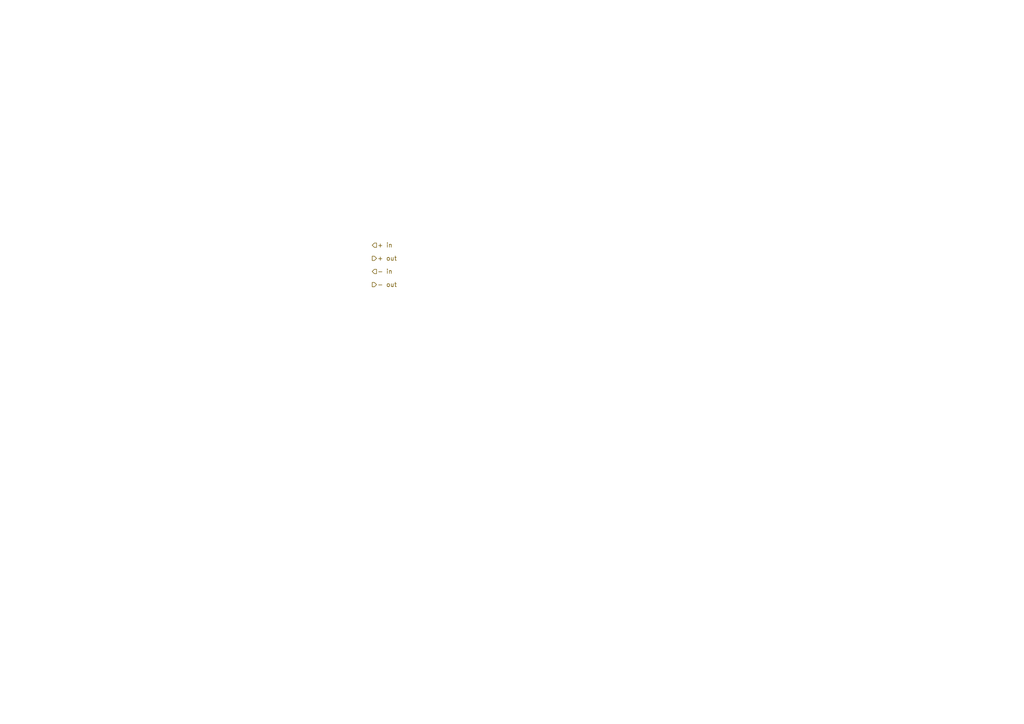
<source format=kicad_sch>
(kicad_sch (version 20230121) (generator eeschema)
  (paper "A4")
  (lib_symbols)
  (hierarchical_label "+ out" (shape output) (at 107.95 74.93 0))
  (hierarchical_label "- out" (shape output) (at 107.95 82.55 0))
  (hierarchical_label "+ in" (shape input) (at 107.95 71.12 0))
  (hierarchical_label "- in" (shape input) (at 107.95 78.74 0))
)
</source>
